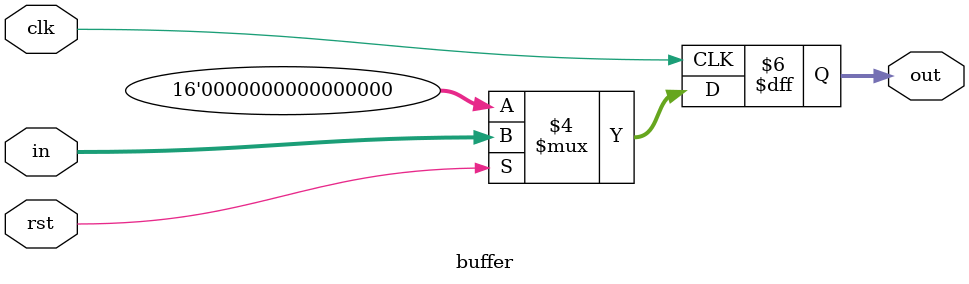
<source format=v>

module buffer(clk, rst, in, out);
parameter width=16;
input clk, rst;
input [width-1:0] in;
output [width-1:0] out;
reg [width-1:0] out;

always @ (posedge clk)
	if(!rst)
		out <= {(width-1){1'b0}};
	else
		out <= in;

endmodule

</source>
